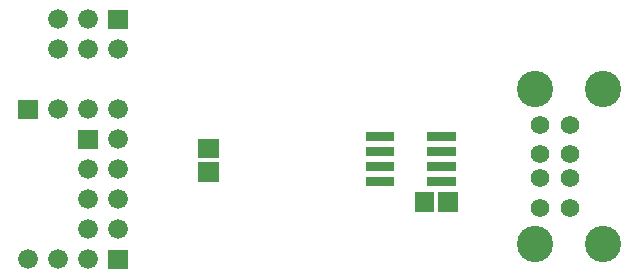
<source format=gbr>
G04 start of page 5 for group -4062 idx -4062 *
G04 Title: (unknown), soldermask *
G04 Creator: pcb 20091103 *
G04 CreationDate: Mon 14 Mar 2011 05:58:12 AM GMT UTC *
G04 For: gjhurlbu *
G04 Format: Gerber/RS-274X *
G04 PCB-Dimensions: 600000 500000 *
G04 PCB-Coordinate-Origin: lower left *
%MOIN*%
%FSLAX25Y25*%
%LNBACKMASK*%
%ADD12C,0.0200*%
%ADD23C,0.0660*%
%ADD24C,0.0620*%
%ADD25C,0.1210*%
%ADD27R,0.0300X0.0300*%
%ADD29R,0.0650X0.0650*%
G54D12*G36*
X46700Y443300D02*Y436700D01*
X53300D01*
Y443300D01*
X46700D01*
G37*
G54D23*X60000Y440000D03*
X70000D03*
X80000D03*
G54D12*G36*
X66700Y433300D02*Y426700D01*
X73300D01*
Y433300D01*
X66700D01*
G37*
G54D23*X80000Y430000D03*
X70000Y420000D03*
Y410000D03*
Y400000D03*
Y390000D03*
X60000D03*
X80000Y420000D03*
Y410000D03*
Y400000D03*
G54D12*G36*
X76700Y393300D02*Y386700D01*
X83300D01*
Y393300D01*
X76700D01*
G37*
G54D23*X50000Y390000D03*
G54D12*G36*
X76700Y473300D02*Y466700D01*
X83300D01*
Y473300D01*
X76700D01*
G37*
G54D23*X80000Y460000D03*
X70000Y470000D03*
Y460000D03*
X60000Y470000D03*
Y460000D03*
G54D24*X230800Y407300D03*
Y417100D03*
X220500Y407300D03*
X230800Y425000D03*
Y434800D03*
X220500Y417100D03*
Y425000D03*
Y434800D03*
G54D25*X219100Y395200D03*
X241500D03*
X219100Y446900D03*
X241500D03*
G54D29*X110000Y419126D02*X110394D01*
X110000Y427000D02*X110394D01*
G54D27*X164000Y416000D02*X170500D01*
X184500D02*X191000D01*
X164000Y421000D02*X170500D01*
X184500D02*X191000D01*
X164000Y426000D02*X170500D01*
X164000Y431000D02*X170500D01*
X184500D02*X191000D01*
X184500Y426000D02*X191000D01*
G54D29*X182126Y409394D02*Y409000D01*
X190000Y409394D02*Y409000D01*
M02*

</source>
